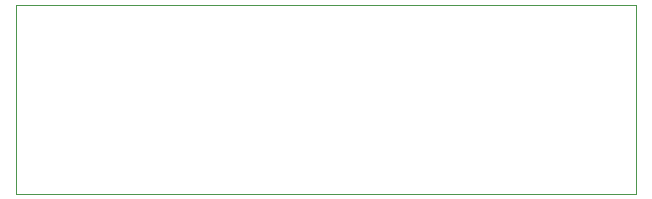
<source format=gbr>
%TF.GenerationSoftware,KiCad,Pcbnew,7.0.7*%
%TF.CreationDate,2024-02-24T13:28:42+01:00*%
%TF.ProjectId,current_sensor,63757272-656e-4745-9f73-656e736f722e,rev?*%
%TF.SameCoordinates,Original*%
%TF.FileFunction,Profile,NP*%
%FSLAX46Y46*%
G04 Gerber Fmt 4.6, Leading zero omitted, Abs format (unit mm)*
G04 Created by KiCad (PCBNEW 7.0.7) date 2024-02-24 13:28:42*
%MOMM*%
%LPD*%
G01*
G04 APERTURE LIST*
%TA.AperFunction,Profile*%
%ADD10C,0.050000*%
%TD*%
G04 APERTURE END LIST*
D10*
X0Y0D02*
X52500000Y0D01*
X52500000Y-16000000D01*
X0Y-16000000D01*
X0Y0D01*
M02*

</source>
